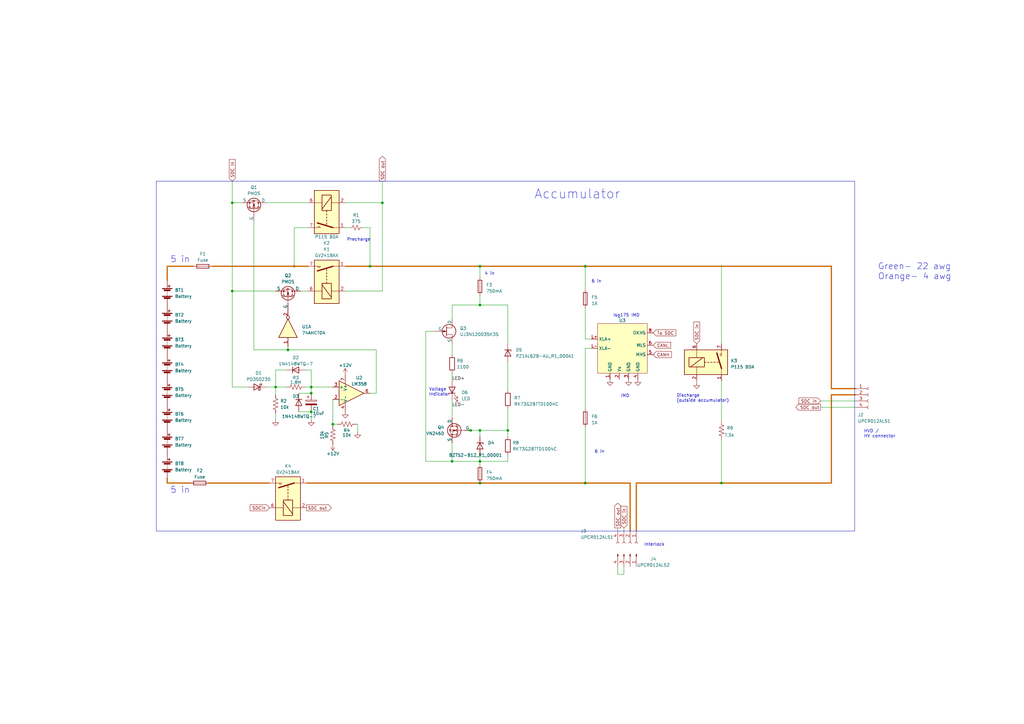
<source format=kicad_sch>
(kicad_sch (version 20230121) (generator eeschema)
  (paper "A3")
  (lib_symbols
    (symbol "74xx:74AHCT04"
      (property "Reference" "U" (at 0 1.27 0))
      (property "Value" "74AHCT04" (at 0 -1.27 0))
      (symbol "74AHCT04_1_0"
        (polyline (pts (xy -3.81 3.81) (xy -3.81 -3.81) (xy 3.81 0) (xy -3.81 3.81)) (stroke (width 0.254)) (fill (type background)))
        (pin input line (at -7.62 0 0) (length 3.81) (name "~") (number "1"))
        (pin output inverted (at 7.62 0 180) (length 3.81) (name "~") (number "2"))
      )
      (symbol "74AHCT04_2_0"
        (polyline (pts (xy -3.81 3.81) (xy -3.81 -3.81) (xy 3.81 0) (xy -3.81 3.81)) (stroke (width 0.254)) (fill (type background)))
        (pin input line (at -7.62 0 0) (length 3.81) (name "~") (number "3"))
        (pin output inverted (at 7.62 0 180) (length 3.81) (name "~") (number "4"))
      )
      (symbol "74AHCT04_3_0"
        (polyline (pts (xy -3.81 3.81) (xy -3.81 -3.81) (xy 3.81 0) (xy -3.81 3.81)) (stroke (width 0.254)) (fill (type background)))
        (pin input line (at -7.62 0 0) (length 3.81) (name "~") (number "5"))
        (pin output inverted (at 7.62 0 180) (length 3.81) (name "~") (number "6"))
      )
      (symbol "74AHCT04_4_0"
        (polyline (pts (xy -3.81 3.81) (xy -3.81 -3.81) (xy 3.81 0) (xy -3.81 3.81)) (stroke (width 0.254)) (fill (type background)))
        (pin output inverted (at 7.62 0 180) (length 3.81) (name "~") (number "8"))
        (pin input line (at -7.62 0 0) (length 3.81) (name "~") (number "9"))
      )
      (symbol "74AHCT04_5_0"
        (polyline (pts (xy -3.81 3.81) (xy -3.81 -3.81) (xy 3.81 0) (xy -3.81 3.81)) (stroke (width 0.254)) (fill (type background)))
        (pin output inverted (at 7.62 0 180) (length 3.81) (name "~") (number "10"))
        (pin input line (at -7.62 0 0) (length 3.81) (name "~") (number "11"))
      )
      (symbol "74AHCT04_6_0"
        (polyline (pts (xy -3.81 3.81) (xy -3.81 -3.81) (xy 3.81 0) (xy -3.81 3.81)) (stroke (width 0.254)) (fill (type background)))
        (pin output inverted (at 7.62 0 180) (length 3.81) (name "~") (number "12"))
        (pin input line (at -7.62 0 0) (length 3.81) (name "~") (number "13"))
      )
      (symbol "74AHCT04_7_0"
        (pin power_in line (at 0 12.7 270) (length 5.08) (name "VCC") (number "14"))
        (pin power_in line (at 0 -12.7 90) (length 5.08) (name "GND") (number "7"))
      )
      (symbol "74AHCT04_7_1"
        (rectangle (start -5.08 7.62) (end 5.08 -7.62) (stroke (width 0.254)) (fill (type background)))
      )
    )
    (symbol "Amplifier_Operational:AD8001AN" (pin_names (offset 0.127))
      (property "Reference" "U" (at 0 6.35 0))
      (property "Value" "AD8001AN" (at 0 3.81 0))
      (symbol "AD8001AN_0_1"
        (polyline (pts (xy -5.08 5.08) (xy 5.08 0) (xy -5.08 -5.08) (xy -5.08 5.08)) (stroke (width 0.254)) (fill (type background)))
      )
      (symbol "AD8001AN_1_1"
        (pin no_connect line (at -5.08 -2.54 90) (length 2.54) hide (name "NC") (number "1"))
        (pin input line (at -7.62 -2.54 0) (length 2.54) (name "-") (number "2"))
        (pin input line (at -7.62 2.54 0) (length 2.54) (name "+") (number "3"))
        (pin power_in line (at -2.54 -7.62 90) (length 3.81) (name "V-") (number "4"))
        (pin no_connect line (at -2.54 -2.54 90) (length 2.54) hide (name "NC") (number "5"))
        (pin output line (at 7.62 0 180) (length 2.54) (name "~") (number "6"))
        (pin power_in line (at -2.54 7.62 270) (length 3.81) (name "V+") (number "7"))
        (pin no_connect line (at 0 -2.54 90) (length 2.54) hide (name "NC") (number "8"))
      )
    )
    (symbol "Connector:Conn_01x04_Pin" (pin_names (offset 1.016) hide)
      (property "Reference" "J" (at 0 5.08 0))
      (property "Value" "Conn_01x04_Pin" (at 0 -7.62 0))
      (symbol "Conn_01x04_Pin_1_1"
        (polyline (pts (xy 1.27 -5.08) (xy 0.8636 -5.08)) (stroke (width 0.1524)))
        (polyline (pts (xy 1.27 -2.54) (xy 0.8636 -2.54)) (stroke (width 0.1524)))
        (polyline (pts (xy 1.27 0) (xy 0.8636 0)) (stroke (width 0.1524)))
        (polyline (pts (xy 1.27 2.54) (xy 0.8636 2.54)) (stroke (width 0.1524)))
        (rectangle (start 0.8636 -4.953) (end 0 -5.207) (stroke (width 0.1524)) (fill (type outline)))
        (rectangle (start 0.8636 -2.413) (end 0 -2.667) (stroke (width 0.1524)) (fill (type outline)))
        (rectangle (start 0.8636 0.127) (end 0 -0.127) (stroke (width 0.1524)) (fill (type outline)))
        (rectangle (start 0.8636 2.667) (end 0 2.413) (stroke (width 0.1524)) (fill (type outline)))
        (pin passive line (at 5.08 2.54 180) (length 3.81) (name "Pin_1") (number "1"))
        (pin passive line (at 5.08 0 180) (length 3.81) (name "Pin_2") (number "2"))
        (pin passive line (at 5.08 -2.54 180) (length 3.81) (name "Pin_3") (number "3"))
        (pin passive line (at 5.08 -5.08 180) (length 3.81) (name "Pin_4") (number "4"))
      )
    )
    (symbol "Connector:Conn_01x04_Socket" (pin_names (offset 1.016) hide)
      (property "Reference" "J" (at 0 5.08 0))
      (property "Value" "Conn_01x04_Socket" (at 0 -7.62 0))
      (symbol "Conn_01x04_Socket_1_1"
        (arc (start 0 -4.572) (mid -0.5058 -5.08) (end 0 -5.588) (stroke (width 0.1524)))
        (arc (start 0 -2.032) (mid -0.5058 -2.54) (end 0 -3.048) (stroke (width 0.1524)))
        (polyline (pts (xy -1.27 -5.08) (xy -0.508 -5.08)) (stroke (width 0.1524)))
        (polyline (pts (xy -1.27 -2.54) (xy -0.508 -2.54)) (stroke (width 0.1524)))
        (polyline (pts (xy -1.27 0) (xy -0.508 0)) (stroke (width 0.1524)))
        (polyline (pts (xy -1.27 2.54) (xy -0.508 2.54)) (stroke (width 0.1524)))
        (arc (start 0 0.508) (mid -0.5058 0) (end 0 -0.508) (stroke (width 0.1524)))
        (arc (start 0 3.048) (mid -0.5058 2.54) (end 0 2.032) (stroke (width 0.1524)))
        (pin passive line (at -5.08 2.54 0) (length 3.81) (name "Pin_1") (number "1"))
        (pin passive line (at -5.08 0 0) (length 3.81) (name "Pin_2") (number "2"))
        (pin passive line (at -5.08 -2.54 0) (length 3.81) (name "Pin_3") (number "3"))
        (pin passive line (at -5.08 -5.08 0) (length 3.81) (name "Pin_4") (number "4"))
      )
    )
    (symbol "Device:Battery" (pin_numbers hide) (pin_names (offset 0) hide)
      (property "Reference" "BT" (at 2.54 2.54 0))
      (property "Value" "Battery" (at 2.54 0 0))
      (symbol "Battery_0_1"
        (rectangle (start -2.032 -1.397) (end 2.032 -1.651) (fill (type outline)))
        (rectangle (start -2.032 1.778) (end 2.032 1.524) (fill (type outline)))
        (rectangle (start -1.3208 -1.9812) (end 1.27 -2.4892) (fill (type outline)))
        (rectangle (start -1.3208 1.1938) (end 1.27 0.6858) (fill (type outline)))
        (polyline (pts (xy 0 -1.524) (xy 0 -1.27)))
        (polyline (pts (xy 0 -1.016) (xy 0 -0.762)))
        (polyline (pts (xy 0 -0.508) (xy 0 -0.254)))
        (polyline (pts (xy 0 0) (xy 0 0.254)))
        (polyline (pts (xy 0 0.508) (xy 0 0.762)))
        (polyline (pts (xy 0 1.778) (xy 0 2.54)))
        (polyline (pts (xy 0.254 2.667) (xy 1.27 2.667)) (stroke (width 0.254)))
        (polyline (pts (xy 0.762 3.175) (xy 0.762 2.159)) (stroke (width 0.254)))
      )
      (symbol "Battery_1_1"
        (pin passive line (at 0 5.08 270) (length 2.54) (name "+") (number "1"))
        (pin passive line (at 0 -5.08 90) (length 2.54) (name "-") (number "2"))
      )
    )
    (symbol "Device:C_Polarized" (pin_numbers hide) (pin_names (offset 0.254))
      (property "Reference" "C" (at 0.635 2.54 0))
      (property "Value" "C_Polarized" (at 0.635 -2.54 0))
      (symbol "C_Polarized_0_1"
        (rectangle (start -2.286 0.508) (end 2.286 1.016))
        (polyline (pts (xy -1.778 2.286) (xy -0.762 2.286)))
        (polyline (pts (xy -1.27 2.794) (xy -1.27 1.778)))
        (rectangle (start 2.286 -0.508) (end -2.286 -1.016) (fill (type outline)))
      )
      (symbol "C_Polarized_1_1"
        (pin passive line (at 0 3.81 270) (length 2.794) (name "~") (number "1"))
        (pin passive line (at 0 -3.81 90) (length 2.794) (name "~") (number "2"))
      )
    )
    (symbol "Device:D_Schottky" (pin_numbers hide) (pin_names (offset 1.016) hide)
      (property "Reference" "D" (at 0 2.54 0))
      (property "Value" "D_Schottky" (at 0 -2.54 0))
      (symbol "D_Schottky_0_1"
        (polyline (pts (xy 1.27 0) (xy -1.27 0)))
        (polyline (pts (xy 1.27 1.27) (xy 1.27 -1.27) (xy -1.27 0) (xy 1.27 1.27)) (stroke (width 0.254)))
        (polyline (pts (xy -1.905 0.635) (xy -1.905 1.27) (xy -1.27 1.27) (xy -1.27 -1.27) (xy -0.635 -1.27) (xy -0.635 -0.635)) (stroke (width 0.254)))
      )
      (symbol "D_Schottky_1_1"
        (pin passive line (at -3.81 0 0) (length 2.54) (name "K") (number "1"))
        (pin passive line (at 3.81 0 180) (length 2.54) (name "A") (number "2"))
      )
    )
    (symbol "Device:D_Zener" (pin_numbers hide) (pin_names (offset 1.016) hide)
      (property "Reference" "D" (at 0 2.54 0))
      (property "Value" "D_Zener" (at 0 -2.54 0))
      (symbol "D_Zener_0_1"
        (polyline (pts (xy 1.27 0) (xy -1.27 0)))
        (polyline (pts (xy -1.27 -1.27) (xy -1.27 1.27) (xy -0.762 1.27)) (stroke (width 0.254)))
        (polyline (pts (xy 1.27 -1.27) (xy 1.27 1.27) (xy -1.27 0) (xy 1.27 -1.27)) (stroke (width 0.254)))
      )
      (symbol "D_Zener_1_1"
        (pin passive line (at -3.81 0 0) (length 2.54) (name "K") (number "1"))
        (pin passive line (at 3.81 0 180) (length 2.54) (name "A") (number "2"))
      )
    )
    (symbol "Device:Fuse" (pin_numbers hide) (pin_names (offset 0))
      (property "Reference" "F" (at 2.032 0 90))
      (property "Value" "Fuse" (at -1.905 0 90))
      (symbol "Fuse_0_1"
        (rectangle (start -0.762 -2.54) (end 0.762 2.54) (stroke (width 0.254)))
        (polyline (pts (xy 0 2.54) (xy 0 -2.54)))
      )
      (symbol "Fuse_1_1"
        (pin passive line (at 0 3.81 270) (length 1.27) (name "~") (number "1"))
        (pin passive line (at 0 -3.81 90) (length 1.27) (name "~") (number "2"))
      )
    )
    (symbol "Device:LED" (pin_numbers hide) (pin_names (offset 1.016) hide)
      (property "Reference" "D" (at 0 2.54 0))
      (property "Value" "LED" (at 0 -2.54 0))
      (symbol "LED_0_1"
        (polyline (pts (xy -1.27 -1.27) (xy -1.27 1.27)) (stroke (width 0.254)))
        (polyline (pts (xy -1.27 0) (xy 1.27 0)))
        (polyline (pts (xy 1.27 -1.27) (xy 1.27 1.27) (xy -1.27 0) (xy 1.27 -1.27)) (stroke (width 0.254)))
        (polyline (pts (xy -3.048 -0.762) (xy -4.572 -2.286) (xy -3.81 -2.286) (xy -4.572 -2.286) (xy -4.572 -1.524)))
        (polyline (pts (xy -1.778 -0.762) (xy -3.302 -2.286) (xy -2.54 -2.286) (xy -3.302 -2.286) (xy -3.302 -1.524)))
      )
      (symbol "LED_1_1"
        (pin passive line (at -3.81 0 0) (length 2.54) (name "K") (number "1"))
        (pin passive line (at 3.81 0 180) (length 2.54) (name "A") (number "2"))
      )
    )
    (symbol "Device:R" (pin_numbers hide) (pin_names (offset 0))
      (property "Reference" "R" (at 2.032 0 90))
      (property "Value" "R" (at 0 0 90))
      (symbol "R_0_1"
        (rectangle (start -1.016 -2.54) (end 1.016 2.54) (stroke (width 0.254)))
      )
      (symbol "R_1_1"
        (pin passive line (at 0 3.81 270) (length 1.27) (name "~") (number "1"))
        (pin passive line (at 0 -3.81 90) (length 1.27) (name "~") (number "2"))
      )
    )
    (symbol "Device:R_Small_US" (pin_numbers hide) (pin_names (offset 0.254) hide)
      (property "Reference" "R" (at 0.762 0.508 0))
      (property "Value" "R_Small_US" (at 0.762 -1.016 0))
      (symbol "R_Small_US_1_1"
        (polyline (pts (xy 0 0) (xy 1.016 -0.381) (xy 0 -0.762) (xy -1.016 -1.143) (xy 0 -1.524)))
        (polyline (pts (xy 0 1.524) (xy 1.016 1.143) (xy 0 0.762) (xy -1.016 0.381) (xy 0 0)))
        (pin passive line (at 0 2.54 270) (length 1.016) (name "~") (number "1"))
        (pin passive line (at 0 -2.54 90) (length 1.016) (name "~") (number "2"))
      )
    )
    (symbol "Device:R_US" (pin_numbers hide) (pin_names (offset 0))
      (property "Reference" "R" (at 2.54 0 90))
      (property "Value" "R_US" (at -2.54 0 90))
      (symbol "R_US_0_1"
        (polyline (pts (xy 0 -2.286) (xy 0 -2.54)))
        (polyline (pts (xy 0 2.286) (xy 0 2.54)))
        (polyline (pts (xy 0 -0.762) (xy 1.016 -1.143) (xy 0 -1.524) (xy -1.016 -1.905) (xy 0 -2.286)))
        (polyline (pts (xy 0 0.762) (xy 1.016 0.381) (xy 0 0) (xy -1.016 -0.381) (xy 0 -0.762)))
        (polyline (pts (xy 0 2.286) (xy 1.016 1.905) (xy 0 1.524) (xy -1.016 1.143) (xy 0 0.762)))
      )
      (symbol "R_US_1_1"
        (pin passive line (at 0 3.81 270) (length 1.27) (name "~") (number "1"))
        (pin passive line (at 0 -3.81 90) (length 1.27) (name "~") (number "2"))
      )
    )
    (symbol "Diode:BAV302" (pin_numbers hide) (pin_names hide)
      (property "Reference" "D" (at 0 2.54 0))
      (property "Value" "BAV302" (at 0 -2.54 0))
      (symbol "BAV302_0_1"
        (polyline (pts (xy -1.27 1.27) (xy -1.27 -1.27)) (stroke (width 0.254)))
        (polyline (pts (xy 1.27 0) (xy -1.27 0)))
        (polyline (pts (xy 1.27 1.27) (xy 1.27 -1.27) (xy -1.27 0) (xy 1.27 1.27)) (stroke (width 0.254)))
      )
      (symbol "BAV302_1_1"
        (pin passive line (at -3.81 0 0) (length 2.54) (name "K") (number "1"))
        (pin passive line (at 3.81 0 180) (length 2.54) (name "A") (number "2"))
      )
    )
    (symbol "FSAE:IMD"
      (property "Reference" "U" (at 0 0 0))
      (symbol "IMD_0_1"
        (rectangle (start -8.89 22.86) (end 11.43 2.54) (fill (type background)))
      )
      (symbol "IMD_1_1"
        (pin bidirectional line (at -3.81 25.4 270) (length 2.54) (name "GND") (number "1"))
        (pin power_in line (at 0 25.4 270) (length 2.54) (name "Vs") (number "2"))
        (pin bidirectional line (at 3.81 25.4 270) (length 2.54) (name "GND") (number "3"))
        (pin bidirectional line (at 7.62 25.4 270) (length 2.54) (name "GND") (number "4"))
        (pin output line (at 13.97 15.24 180) (length 2.54) (name "MHS") (number "5"))
        (pin output line (at 13.97 11.43 180) (length 2.54) (name "MLS") (number "6"))
        (pin output line (at 13.97 6.35 180) (length 2.54) (name "OKHS") (number "8"))
        (pin input line (at -11.43 8.89 0) (length 2.54) (name "XLA+") (number "L+"))
        (pin input line (at -11.43 12.7 0) (length 2.54) (name "XLA-") (number "L-"))
      )
    )
    (symbol "Relay:DIPxx-1Axx-12x"
      (property "Reference" "K" (at 8.89 3.81 0))
      (property "Value" "DIPxx-1Axx-12x" (at 8.89 1.27 0))
      (symbol "DIPxx-1Axx-12x_0_0"
        (polyline (pts (xy 5.08 5.08) (xy 5.08 2.54) (xy 4.445 3.175) (xy 5.08 3.81)))
      )
      (symbol "DIPxx-1Axx-12x_0_1"
        (rectangle (start -10.16 5.08) (end 7.62 -5.08) (stroke (width 0.254)) (fill (type background)))
        (rectangle (start -8.255 1.905) (end -1.905 -1.905) (stroke (width 0.254)))
        (polyline (pts (xy -7.62 -1.905) (xy -2.54 1.905)) (stroke (width 0.254)))
        (polyline (pts (xy -5.08 -5.08) (xy -5.08 -1.905)))
        (polyline (pts (xy -5.08 5.08) (xy -5.08 1.905)))
        (polyline (pts (xy -1.905 0) (xy -1.27 0)) (stroke (width 0.254)))
        (polyline (pts (xy -0.635 0) (xy 0 0)) (stroke (width 0.254)))
        (polyline (pts (xy 0.635 0) (xy 1.27 0)) (stroke (width 0.254)))
        (polyline (pts (xy 1.905 0) (xy 2.54 0)) (stroke (width 0.254)))
        (polyline (pts (xy 3.175 0) (xy 3.81 0)) (stroke (width 0.254)))
        (polyline (pts (xy 5.08 -2.54) (xy 3.175 3.81)) (stroke (width 0.508)))
        (polyline (pts (xy 5.08 -2.54) (xy 5.08 -5.08)))
      )
      (symbol "DIPxx-1Axx-12x_1_1"
        (pin passive line (at 5.08 -7.62 90) (length 2.54) (name "~") (number "1"))
        (pin passive line (at -5.08 -7.62 90) (length 2.54) hide (name "~") (number "13"))
        (pin passive line (at 5.08 -7.62 90) (length 2.54) hide (name "~") (number "14"))
        (pin passive line (at -5.08 -7.62 90) (length 2.54) (name "~") (number "2"))
        (pin passive line (at -5.08 7.62 270) (length 2.54) (name "~") (number "6"))
        (pin passive line (at 5.08 7.62 270) (length 2.54) (name "~") (number "7"))
        (pin passive line (at 5.08 7.62 270) (length 2.54) hide (name "~") (number "8"))
      )
    )
    (symbol "Simulation_SPICE:NJFET" (pin_numbers hide) (pin_names (offset 0))
      (property "Reference" "Q2" (at 5.715 1.27 0))
      (property "Value" "UJ3N120035K3S" (at 5.715 -1.27 0))
      (symbol "NJFET_0_1"
        (polyline (pts (xy 0.254 1.905) (xy 0.254 -1.905) (xy 0.254 -1.905)) (stroke (width 0.254)))
        (polyline (pts (xy 2.54 -2.54) (xy 2.54 -1.27) (xy 0.254 -1.27)))
        (polyline (pts (xy 2.54 2.54) (xy 2.54 1.397) (xy 0.254 1.397)))
        (polyline (pts (xy 0 0) (xy -1.016 0.381) (xy -1.016 -0.381) (xy 0 0)) (fill (type outline)))
        (circle (center 1.27 0) (radius 2.8194) (stroke (width 0.254)))
      )
      (symbol "NJFET_1_1"
        (pin input line (at -5.08 0 0) (length 5.334) (name "G") (number "1"))
        (pin passive line (at 2.54 5.08 270) (length 2.54) (name "D") (number "2"))
        (pin passive line (at 2.54 -5.08 90) (length 2.54) (name "S") (number "3"))
      )
    )
    (symbol "Simulation_SPICE:NMOS" (pin_numbers hide) (pin_names (offset 0))
      (property "Reference" "Q1" (at 5.715 1.27 0))
      (property "Value" "VN2460" (at 5.715 -1.27 0))
      (symbol "NMOS_0_1"
        (polyline (pts (xy 0.254 0) (xy -2.54 0)))
        (polyline (pts (xy 0.254 1.905) (xy 0.254 -1.905)) (stroke (width 0.254)))
        (polyline (pts (xy 0.762 -1.27) (xy 0.762 -2.286)) (stroke (width 0.254)))
        (polyline (pts (xy 0.762 0.508) (xy 0.762 -0.508)) (stroke (width 0.254)))
        (polyline (pts (xy 0.762 2.286) (xy 0.762 1.27)) (stroke (width 0.254)))
        (polyline (pts (xy 2.54 2.54) (xy 2.54 1.778)))
        (polyline (pts (xy 2.54 -2.54) (xy 2.54 0) (xy 0.762 0)))
        (polyline (pts (xy 0.762 -1.778) (xy 3.302 -1.778) (xy 3.302 1.778) (xy 0.762 1.778)))
        (polyline (pts (xy 1.016 0) (xy 2.032 0.381) (xy 2.032 -0.381) (xy 1.016 0)) (fill (type outline)))
        (polyline (pts (xy 2.794 0.508) (xy 2.921 0.381) (xy 3.683 0.381) (xy 3.81 0.254)))
        (polyline (pts (xy 3.302 0.381) (xy 2.921 -0.254) (xy 3.683 -0.254) (xy 3.302 0.381)))
        (circle (center 1.651 0) (radius 2.794) (stroke (width 0.254)))
        (circle (center 2.54 -1.778) (radius 0.254) (fill (type outline)))
        (circle (center 2.54 1.778) (radius 0.254) (fill (type outline)))
      )
      (symbol "NMOS_1_1"
        (pin passive line (at 2.54 -5.08 90) (length 2.54) (name "S") (number "1"))
        (pin input line (at -5.08 0 0) (length 2.54) (name "G") (number "2"))
        (pin passive line (at 2.54 5.08 270) (length 2.54) (name "D") (number "3"))
      )
    )
    (symbol "Simulation_SPICE:PMOS" (pin_numbers hide) (pin_names (offset 0))
      (property "Reference" "Q" (at 5.08 1.27 0))
      (property "Value" "PMOS" (at 5.08 -1.27 0))
      (symbol "PMOS_0_1"
        (polyline (pts (xy 0.254 0) (xy -2.54 0)))
        (polyline (pts (xy 0.254 1.905) (xy 0.254 -1.905)) (stroke (width 0.254)))
        (polyline (pts (xy 0.762 -1.27) (xy 0.762 -2.286)) (stroke (width 0.254)))
        (polyline (pts (xy 0.762 0.508) (xy 0.762 -0.508)) (stroke (width 0.254)))
        (polyline (pts (xy 0.762 2.286) (xy 0.762 1.27)) (stroke (width 0.254)))
        (polyline (pts (xy 2.54 2.54) (xy 2.54 1.778)))
        (polyline (pts (xy 2.54 -2.54) (xy 2.54 0) (xy 0.762 0)))
        (polyline (pts (xy 0.762 1.778) (xy 3.302 1.778) (xy 3.302 -1.778) (xy 0.762 -1.778)))
        (polyline (pts (xy 2.286 0) (xy 1.27 0.381) (xy 1.27 -0.381) (xy 2.286 0)) (fill (type outline)))
        (polyline (pts (xy 2.794 -0.508) (xy 2.921 -0.381) (xy 3.683 -0.381) (xy 3.81 -0.254)))
        (polyline (pts (xy 3.302 -0.381) (xy 2.921 0.254) (xy 3.683 0.254) (xy 3.302 -0.381)))
        (circle (center 1.651 0) (radius 2.794) (stroke (width 0.254)))
        (circle (center 2.54 -1.778) (radius 0.254) (fill (type outline)))
        (circle (center 2.54 1.778) (radius 0.254) (fill (type outline)))
      )
      (symbol "PMOS_1_1"
        (pin passive line (at 2.54 5.08 270) (length 2.54) (name "D") (number "1"))
        (pin input line (at -5.08 0 0) (length 2.54) (name "G") (number "2"))
        (pin passive line (at 2.54 -5.08 90) (length 2.54) (name "S") (number "3"))
      )
    )
    (symbol "power:+12V" (power) (pin_names (offset 0))
      (property "Value" "+12V" (at 0 3.556 0))
      (symbol "+12V_0_1"
        (polyline (pts (xy -0.762 1.27) (xy 0 2.54)))
        (polyline (pts (xy 0 0) (xy 0 2.54)))
        (polyline (pts (xy 0 2.54) (xy 0.762 1.27)))
      )
      (symbol "+12V_1_1"
        (pin power_in line (at 0 0 90) (length 0) hide (name "+12V") (number "1"))
      )
    )
    (symbol "power:GND" (power) (pin_names (offset 0))
      (property "Value" "GND" (at 0 -3.81 0))
      (symbol "GND_0_1"
        (polyline (pts (xy 0 0) (xy 0 -1.27) (xy 1.27 -1.27) (xy 0 -2.54) (xy -1.27 -1.27) (xy 0 -1.27)))
      )
      (symbol "GND_1_1"
        (pin power_in line (at 0 0 270) (length 0) hide (name "GND") (number "1"))
      )
    )
  )
  (junction (at 136.525 173.99))
  (junction (at 113.03 158.75))
  (junction (at 120.65 109.22) (color 204 102 0 1))
  (junction (at 185.42 189.23))
  (junction (at 240.03 198.12))
  (junction (at 196.85 198.12))
  (junction (at 118.11 143.51))
  (junction (at 295.91 198.12))
  (junction (at 196.85 125.095))
  (junction (at 127.635 158.75))
  (junction (at 127.635 161.29))
  (junction (at 127.635 168.91))
  (junction (at 196.85 109.22))
  (junction (at 196.85 189.23))
  (junction (at 208.28 176.53))
  (junction (at 196.85 176.53))
  (junction (at 193.04 176.53))
  (junction (at 95.25 119.38))
  (junction (at 151.765 109.22))
  (junction (at 240.03 109.22))
  (junction (at 95.25 83.185))
  (junction (at 156.845 83.185))
  (wire (pts (xy 95.25 83.185) (xy 95.25 119.38)))
  (wire (pts (xy 336.55 164.465) (xy 351.155 164.465)))
  (wire (pts (xy 185.42 189.23) (xy 174.625 189.23)))
  (wire (pts (xy 185.42 125.095) (xy 185.42 130.81)))
  (wire (pts (xy 113.03 158.75) (xy 117.475 158.75)))
  (wire (pts (xy 95.25 119.38) (xy 113.03 119.38)))
  (wire (pts (xy 240.03 109.22) (xy 240.03 118.745)))
  (wire (pts (xy 109.22 158.75) (xy 113.03 158.75)))
  (wire (pts (xy 120.65 93.345) (xy 126.365 93.345)))
  (wire (pts (xy 127.635 168.91) (xy 127.635 172.085)))
  (wire (pts (xy 255.905 216.535) (xy 255.905 217.805)))
  (wire (pts (xy 242.57 142.875) (xy 240.03 142.875)))
  (wire (pts (xy 68.58 198.12) (xy 78.105 198.12)) (stroke (width 0.508) (color 204 102 0 1)))
  (wire (pts (xy 127.635 158.75) (xy 136.525 158.75)))
  (wire (pts (xy 185.42 181.61) (xy 185.42 189.23)))
  (wire (pts (xy 295.91 156.21) (xy 295.91 172.72)))
  (wire (pts (xy 113.03 169.545) (xy 113.03 172.085)))
  (wire (pts (xy 95.25 158.75) (xy 101.6 158.75)))
  (wire (pts (xy 253.365 235.585) (xy 253.365 232.41)))
  (wire (pts (xy 126.365 83.185) (xy 109.22 83.185)))
  (wire (pts (xy 141.605 83.185) (xy 156.845 83.185)))
  (wire (pts (xy 340.995 109.22) (xy 340.995 159.385)) (stroke (width 0.508) (color 204 102 0 1)))
  (wire (pts (xy 127.635 161.29) (xy 127.635 158.75)))
  (wire (pts (xy 68.58 114.935) (xy 68.58 109.22)) (stroke (width 0.508) (color 204 102 0 1)))
  (wire (pts (xy 146.685 173.99) (xy 146.685 177.165)))
  (wire (pts (xy 156.845 119.38) (xy 141.605 119.38)))
  (wire (pts (xy 196.85 176.53) (xy 208.28 176.53)))
  (wire (pts (xy 99.06 83.185) (xy 95.25 83.185)))
  (wire (pts (xy 185.42 140.97) (xy 185.42 145.415)))
  (wire (pts (xy 295.91 108.585) (xy 295.91 140.97)))
  (wire (pts (xy 196.85 109.22) (xy 196.85 113.665)))
  (wire (pts (xy 151.765 109.22) (xy 141.605 109.22)) (stroke (width 0.508) (color 204 102 0 1)))
  (wire (pts (xy 240.03 126.365) (xy 240.03 139.065)))
  (wire (pts (xy 185.42 189.23) (xy 196.85 189.23)))
  (wire (pts (xy 340.995 198.12) (xy 340.995 161.925)) (stroke (width 0.508) (color 204 102 0 1)))
  (wire (pts (xy 113.03 158.75) (xy 113.03 161.925)))
  (wire (pts (xy 253.365 216.535) (xy 253.365 217.805)))
  (wire (pts (xy 117.475 151.765) (xy 113.03 151.765)))
  (wire (pts (xy 295.91 198.12) (xy 340.995 198.12)) (stroke (width 0.508) (color 204 102 0 1)))
  (wire (pts (xy 208.28 148.59) (xy 208.28 160.02)))
  (wire (pts (xy 196.85 189.23) (xy 196.85 190.5)))
  (wire (pts (xy 146.05 173.99) (xy 146.685 173.99)))
  (wire (pts (xy 255.905 235.585) (xy 253.365 235.585)))
  (wire (pts (xy 156.845 83.185) (xy 156.845 119.38)))
  (wire (pts (xy 258.445 198.12) (xy 258.445 217.805)) (stroke (width 0.508) (color 204 102 0 1)))
  (wire (pts (xy 95.25 74.295) (xy 95.25 83.185)))
  (wire (pts (xy 123.19 119.38) (xy 126.365 119.38)))
  (wire (pts (xy 86.995 109.22) (xy 120.65 109.22)) (stroke (width 0.508) (color 204 102 0 1)))
  (wire (pts (xy 104.14 90.805) (xy 104.14 143.51)))
  (wire (pts (xy 255.905 232.41) (xy 255.905 235.585)))
  (wire (pts (xy 122.555 168.91) (xy 127.635 168.91)))
  (wire (pts (xy 113.03 151.765) (xy 113.03 158.75)))
  (wire (pts (xy 122.555 161.29) (xy 127.635 161.29)))
  (wire (pts (xy 240.03 198.12) (xy 258.445 198.12)) (stroke (width 0.508) (color 204 102 0 1)))
  (wire (pts (xy 260.985 198.12) (xy 260.985 217.805)) (stroke (width 0.508) (color 204 102 0 1)))
  (wire (pts (xy 208.28 176.53) (xy 208.28 167.64)))
  (wire (pts (xy 336.55 167.005) (xy 351.155 167.005)))
  (wire (pts (xy 196.85 186.69) (xy 196.85 189.23)))
  (wire (pts (xy 295.91 180.34) (xy 295.91 198.12)))
  (wire (pts (xy 127.635 151.765) (xy 127.635 158.75)))
  (wire (pts (xy 141.605 93.345) (xy 143.51 93.345)))
  (wire (pts (xy 191.77 176.53) (xy 193.04 176.53)))
  (wire (pts (xy 196.85 198.12) (xy 240.03 198.12)) (stroke (width 0.508) (color 204 102 0 1)))
  (wire (pts (xy 127.635 151.765) (xy 125.095 151.765)))
  (wire (pts (xy 136.525 163.83) (xy 136.525 173.99)))
  (wire (pts (xy 104.14 143.51) (xy 118.11 143.51)))
  (wire (pts (xy 174.625 135.89) (xy 177.8 135.89)))
  (wire (pts (xy 340.995 161.925) (xy 351.155 161.925)) (stroke (width 0.508) (color 204 102 0 1)))
  (wire (pts (xy 196.85 189.23) (xy 208.28 189.23)))
  (wire (pts (xy 185.42 153.035) (xy 185.42 156.21)))
  (wire (pts (xy 240.03 175.26) (xy 240.03 198.12)))
  (wire (pts (xy 120.65 109.22) (xy 120.65 93.345)))
  (wire (pts (xy 196.85 176.53) (xy 196.85 179.07)))
  (wire (pts (xy 118.11 143.51) (xy 118.11 142.24)))
  (wire (pts (xy 68.58 196.215) (xy 68.58 198.12)) (stroke (width 0.508) (color 204 102 0 1)))
  (wire (pts (xy 120.65 109.22) (xy 126.365 109.22)) (stroke (width 0.508) (color 204 102 0 1)))
  (wire (pts (xy 196.85 121.285) (xy 196.85 125.095)))
  (wire (pts (xy 85.725 198.12) (xy 110.49 198.12)) (stroke (width 0.508) (color 204 102 0 1)))
  (wire (pts (xy 151.765 93.345) (xy 151.765 109.22)))
  (wire (pts (xy 208.28 140.97) (xy 208.28 125.095)))
  (wire (pts (xy 340.995 159.385) (xy 351.155 159.385)) (stroke (width 0.508) (color 204 102 0 1)))
  (wire (pts (xy 208.28 176.53) (xy 208.28 179.07)))
  (wire (pts (xy 240.03 109.22) (xy 340.995 109.22)) (stroke (width 0.508) (color 204 102 0 1)))
  (wire (pts (xy 285.75 156.21) (xy 285.75 156.845)))
  (wire (pts (xy 95.25 119.38) (xy 95.25 158.75)))
  (wire (pts (xy 136.525 174.625) (xy 136.525 173.99)))
  (wire (pts (xy 154.305 161.29) (xy 154.305 143.51)))
  (wire (pts (xy 240.03 139.065) (xy 242.57 139.065)))
  (wire (pts (xy 151.765 109.22) (xy 196.85 109.22)) (stroke (width 0.508) (color 204 102 0 1)))
  (wire (pts (xy 208.28 189.23) (xy 208.28 186.69)))
  (wire (pts (xy 193.04 176.53) (xy 196.85 176.53)))
  (wire (pts (xy 125.095 158.75) (xy 127.635 158.75)))
  (wire (pts (xy 240.03 142.875) (xy 240.03 167.64)))
  (wire (pts (xy 260.985 198.12) (xy 295.91 198.12)) (stroke (width 0.508) (color 204 102 0 1)))
  (wire (pts (xy 148.59 93.345) (xy 151.765 93.345)))
  (wire (pts (xy 185.42 163.83) (xy 185.42 171.45)))
  (wire (pts (xy 154.305 161.29) (xy 151.765 161.29)))
  (wire (pts (xy 125.73 198.12) (xy 196.85 198.12)) (stroke (width 0.508) (color 204 102 0 1)))
  (wire (pts (xy 154.305 143.51) (xy 118.11 143.51)))
  (wire (pts (xy 196.85 125.095) (xy 208.28 125.095)))
  (wire (pts (xy 68.58 109.22) (xy 79.375 109.22)) (stroke (width 0.508) (color 204 102 0 1)))
  (wire (pts (xy 156.845 83.185) (xy 156.845 74.295)))
  (wire (pts (xy 174.625 189.23) (xy 174.625 135.89)))
  (wire (pts (xy 136.525 173.99) (xy 138.43 173.99)))
  (wire (pts (xy 196.85 109.22) (xy 240.03 109.22)) (stroke (width 0.508) (color 204 102 0 1)))
  (wire (pts (xy 185.42 125.095) (xy 196.85 125.095)))
  (rectangle (start 64.135 74.295) (end 350.52 217.805))
  (text "Iso175 IMD\n" (at 251.46 130.175 0) (effects (font (size 1.27 1.27)) (justify left bottom)))
  (text "Interlock" (at 264.16 224.155 0) (effects (font (size 1.27 1.27)) (justify left bottom)))
  (text "6 in" (at 242.57 116.205 0) (effects (font (size 1.27 1.27)) (justify left bottom)))
  (text "Accumulator" (at 219.075 81.915 0) (effects (font (size 3.81 3.81)) (justify left bottom)))
  (text "IMD\n" (at 254.635 163.195 0) (effects (font (size 1.27 1.27)) (justify left bottom)))
  (text "Discharge \n(outside accumulator)" (at 277.495 165.1 0) (effects (font (size 1.27 1.27)) (justify left bottom)))
  (text "6 in" (at 243.84 186.055 0) (effects (font (size 1.27 1.27)) (justify left bottom)))
  (text "5 in" (at 69.85 202.565 0) (effects (font (size 2.54 2.54)) (justify left bottom)))
  (text "Precharge" (at 142.24 99.06 0) (effects (font (size 1.27 1.27)) (justify left bottom)))
  (text "Green- 22 awg\nOrange- 4 awg" (at 360.045 114.935 0) (effects (font (size 2.54 2.54)) (justify left bottom)))
  (text "HVD / \nHV connector" (at 354.33 179.705 0) (effects (font (size 1.27 1.27)) (justify left bottom)))
  (text "5 in" (at 69.85 107.95 0) (effects (font (size 2.54 2.54)) (justify left bottom)))
  (text "4 in" (at 198.755 113.03 0) (effects (font (size 1.27 1.27)) (justify left bottom)))
  (text "Voltage \nIndicator\n" (at 175.895 162.56 0) (effects (font (size 1.27 1.27)) (justify left bottom)))
  (label "LED-" (at 185.42 167.005 0))
  (label "LED+" (at 185.42 156.21 0))
  (global_label "SDC out" (shape output) (at 336.55 167.005 180) (property "Intersheetrefs" "${INTERSHEET_REFS}" (effects hide)))
  (global_label "SDC in" (shape input) (at 95.25 74.295 90) (property "Intersheetrefs" "${INTERSHEET_REFS}" (effects hide)))
  (global_label "SDC in" (shape input) (at 255.905 216.535 90) (property "Intersheetrefs" "${INTERSHEET_REFS}" (effects hide)))
  (global_label "CANL" (shape input) (at 267.97 141.605 0) (property "Intersheetrefs" "${INTERSHEET_REFS}" (effects hide)))
  (global_label "SDCin" (shape input) (at 110.49 208.28 180) (property "Intersheetrefs" "${INTERSHEET_REFS}" (effects hide)))
  (global_label "SDC out" (shape output) (at 156.845 74.295 90) (property "Intersheetrefs" "${INTERSHEET_REFS}" (effects hide)))
  (global_label "SDC out" (shape output) (at 125.73 208.28 0) (property "Intersheetrefs" "${INTERSHEET_REFS}" (effects hide)))
  (global_label "SDC in" (shape input) (at 336.55 164.465 180) (property "Intersheetrefs" "${INTERSHEET_REFS}" (effects hide)))
  (global_label "To SDC" (shape input) (at 267.97 136.525 0) (property "Intersheetrefs" "${INTERSHEET_REFS}" (effects hide)))
  (global_label "SDC out" (shape output) (at 253.365 216.535 90) (property "Intersheetrefs" "${INTERSHEET_REFS}" (effects hide)))
  (global_label "SDC in" (shape input) (at 285.75 140.97 90) (property "Intersheetrefs" "${INTERSHEET_REFS}" (effects hide)))
  (global_label "CANH" (shape input) (at 267.97 145.415 0) (property "Intersheetrefs" "${INTERSHEET_REFS}" (effects hide)))
  (symbol (lib_id "Device:LED") (at 185.42 160.02 90) (unit 1)
    (property "Reference" "D6" (at 189.23 160.9725 90) (effects (justify right)))
    (property "Value" "LED" (at 189.23 163.5125 90) (effects (justify right)))
  )
  (symbol (lib_id "Device:R_US") (at 142.24 173.99 270) (unit 1)
    (property "Reference" "R4" (at 142.24 176.53 90))
    (property "Value" "10k" (at 142.24 178.435 90))
    (property "Footprint" "Resistor_THT:R_Axial_DIN0207_L6.3mm_D2.5mm_P7.62mm_Horizontal" (effects hide))
  )
  (symbol (lib_id "power:GND") (at 261.62 155.575 0) (unit 1)
    (property "Reference" "#PWR07" (effects hide))
    (property "Value" "GND" (effects hide))
  )
  (symbol (lib_id "Diode:BAV302") (at 121.285 151.765 0) (mirror x) (unit 1)
    (property "Reference" "D2" (at 121.285 146.685 0))
    (property "Value" "1N4148WTQ-7" (at 121.285 149.225 0))
    (property "Footprint" "Diode_SMD:D_SOD-523" (effects hide))
    (property "Datasheet" "https://www.diodes.com/assets/Datasheets/1N4148WT.pdf" (effects hide))
  )
  (symbol (lib_id "Device:R_US") (at 136.525 178.435 180) (unit 1)
    (property "Reference" "R5" (at 133.985 178.435 90))
    (property "Value" "10k" (at 132.08 178.435 90))
    (property "Footprint" "Resistor_THT:R_Axial_DIN0207_L6.3mm_D2.5mm_P7.62mm_Horizontal" (effects hide))
  )
  (symbol (lib_id "Connector:Conn_01x04_Socket") (at 258.445 222.885 270) (unit 1)
    (property "Reference" "J3" (at 238.125 217.805 90) (effects (justify left)))
    (property "Value" "UPCR012ALS1" (at 238.125 220.345 90) (effects (justify left)))
  )
  (symbol (lib_id "Device:R") (at 185.42 149.225 0) (unit 1)
    (property "Reference" "R6" (at 187.325 147.955 0) (effects (justify left)))
    (property "Value" "1100" (at 187.325 150.495 0) (effects (justify left)))
    (property "Footprint" "Resistor_THT:R_Axial_DIN0207_L6.3mm_D2.5mm_P7.62mm_Horizontal" (effects hide))
  )
  (symbol (lib_id "power:+12V") (at 136.525 182.245 180) (unit 1)
    (property "Reference" "#PWR05" (effects hide))
    (property "Value" "+12V" (at 136.525 186.055 0))
  )
  (symbol (lib_id "Device:R_US") (at 121.285 158.75 270) (unit 1)
    (property "Reference" "R3" (at 121.285 154.94 90))
    (property "Value" "1.8M" (at 121.285 156.845 90))
    (property "Footprint" "Resistor_THT:R_Axial_DIN0207_L6.3mm_D2.5mm_P7.62mm_Horizontal" (effects hide))
  )
  (symbol (lib_id "Simulation_SPICE:PMOS") (at 104.14 85.725 270) (mirror x) (unit 1)
    (property "Reference" "Q1" (at 104.14 76.835 90))
    (property "Value" "PMOS" (at 104.14 79.375 90))
    (property "Datasheet" "https://ngspice.sourceforge.io/docs/ngspice-manual.pdf" (effects hide))
    (property "Sim.Device" "PMOS" (effects hide))
    (property "Sim.Type" "VDMOS" (effects hide))
    (property "Sim.Pins" "1=D 2=G 3=S" (effects hide))
  )
  (symbol (lib_id "Device:Battery") (at 68.58 120.015 0) (unit 1)
    (property "Reference" "BT1" (at 71.755 118.999 0) (effects (justify left)))
    (property "Value" "Battery" (at 71.755 121.539 0) (effects (justify left)))
  )
  (symbol (lib_id "Diode:BAV302") (at 122.555 165.1 90) (mirror x) (unit 1)
    (property "Reference" "D3" (at 120.015 162.56 90) (effects (justify right)))
    (property "Value" "1N4148WTQ-7" (at 115.57 170.815 90) (effects (justify right)))
    (property "Footprint" "Diode_SMD:D_SOD-523" (effects hide))
    (property "Datasheet" "https://www.diodes.com/assets/Datasheets/1N4148WT.pdf" (effects hide))
  )
  (symbol (lib_id "Device:R_US") (at 113.03 165.735 180) (unit 1)
    (property "Reference" "R2" (at 114.935 164.465 0) (effects (justify right)))
    (property "Value" "10k" (at 114.935 167.005 0) (effects (justify right)))
    (property "Footprint" "Resistor_THT:R_Axial_DIN0207_L6.3mm_D2.5mm_P7.62mm_Horizontal" (effects hide))
  )
  (symbol (lib_id "Amplifier_Operational:AD8001AN") (at 144.145 161.29 0) (unit 1)
    (property "Reference" "U2" (at 147.32 154.94 0))
    (property "Value" "LM358" (at 147.32 157.48 0))
    (property "Footprint" "Package_DIP:DIP-8_W7.62mm" (effects hide))
    (property "Datasheet" "https://www.analog.com/media/en/technical-documentation/data-sheets/ad8001.pdf" (effects hide))
  )
  (symbol (lib_id "Simulation_SPICE:NJFET") (at 182.88 135.89 0) (unit 1)
    (property "Reference" "Q3" (at 188.595 134.62 0) (effects (justify left)))
    (property "Value" "UJ3N120035K3S" (at 188.595 137.16 0) (effects (justify left)))
    (property "Footprint" "Package_TO_SOT_THT:TO-247-3_Horizontal_TabDown" (effects hide))
    (property "Sim.Device" "NJFET" (effects hide))
    (property "Sim.Type" "SHICHMANHODGES" (effects hide))
    (property "Sim.Pins" "1=D 2=G 3=S" (effects hide))
  )
  (symbol (lib_id "Device:Fuse") (at 196.85 194.31 180) (unit 1)
    (property "Reference" "F4" (at 199.39 193.675 0) (effects (justify right)))
    (property "Value" "750mA" (at 199.39 196.215 0) (effects (justify right)))
    (property "Footprint" "BK_PCS:FUSE_BK_PCS" (effects hide))
  )
  (symbol (lib_id "power:GND") (at 113.03 172.085 0) (unit 1)
    (property "Reference" "#PWR02" (effects hide))
    (property "Value" "GND" (effects hide))
  )
  (symbol (lib_id "Connector:Conn_01x04_Pin") (at 258.445 227.33 270) (unit 1)
    (property "Reference" "J4" (at 267.97 229.235 90))
    (property "Value" "UPCR012ALS2" (at 267.97 231.775 90))
  )
  (symbol (lib_id "Device:Battery") (at 68.58 170.815 0) (unit 1)
    (property "Reference" "BT6" (at 71.755 169.799 0) (effects (justify left)))
    (property "Value" "Battery" (at 71.755 172.339 0) (effects (justify left)))
  )
  (symbol (lib_id "Device:C_Polarized") (at 127.635 165.1 0) (unit 1)
    (property "Reference" "C1" (at 128.27 167.64 0) (effects (justify left)))
    (property "Value" "10uF" (at 128.27 169.545 0) (effects (justify left)))
    (property "Footprint" "Capacitor_THT:CP_Radial_D4.0mm_P2.00mm" (effects hide))
    (property "Datasheet" "https://api.pim.na.industrial.panasonic.com/file_stream/main/fileversion/9127" (effects hide))
  )
  (symbol (lib_id "FSAE:IMD") (at 254 130.175 0) (mirror x) (unit 1)
    (property "Reference" "U3" (at 255.27 131.445 0))
    (property "Value" "~" (at 254 130.175 0))
  )
  (symbol (lib_id "Relay:DIPxx-1Axx-12x") (at 133.985 88.265 90) (mirror x) (unit 1)
    (property "Reference" "K2" (at 133.985 99.695 90))
    (property "Value" "P115 BDA" (at 133.985 97.155 90))
    (property "Footprint" "Relay_THT:Relay_StandexMeder_DIP_LowProfile" (effects hide))
    (property "Datasheet" "https://standexelectronics.com/wp-content/uploads/datasheet_reed_relay_DIP.pdf" (effects hide))
  )
  (symbol (lib_id "Device:Fuse") (at 240.03 122.555 0) (unit 1)
    (property "Reference" "F5" (at 242.57 121.92 0) (effects (justify left)))
    (property "Value" "1A" (at 242.57 124.46 0) (effects (justify left)))
  )
  (symbol (lib_id "Device:Battery") (at 68.58 150.495 0) (unit 1)
    (property "Reference" "BT4" (at 71.755 149.479 0) (effects (justify left)))
    (property "Value" "Battery" (at 71.755 152.019 0) (effects (justify left)))
  )
  (symbol (lib_id "Device:R") (at 208.28 182.88 0) (unit 1)
    (property "Reference" "R8" (at 210.185 181.61 0) (effects (justify left)))
    (property "Value" "RK73G2BTTD1004C" (at 210.185 184.15 0) (effects (justify left)))
    (property "Footprint" "Resistor_SMD:RESC3116X65N" (effects hide))
  )
  (symbol (lib_id "Device:R") (at 208.28 163.83 0) (unit 1)
    (property "Reference" "R7" (at 210.82 163.195 0) (effects (justify left)))
    (property "Value" "RK73G2BTTD1004C" (at 210.82 165.735 0) (effects (justify left)))
    (property "Footprint" "Resistor_SMD:RESC3116X65N" (effects hide))
  )
  (symbol (lib_id "Connector:Conn_01x04_Socket") (at 356.235 161.925 0) (unit 1)
    (property "Reference" "J2" (at 351.79 170.18 0) (effects (justify left)))
    (property "Value" "UPCR012ALS1" (at 351.79 172.72 0) (effects (justify left)))
  )
  (symbol (lib_id "Relay:DIPxx-1Axx-12x") (at 118.11 203.2 90) (unit 1)
    (property "Reference" "K4" (at 118.11 191.135 90))
    (property "Value" "GV241BAX" (at 118.11 193.675 90))
    (property "Footprint" "Relay_THT:Relay_StandexMeder_DIP_LowProfile" (effects hide))
    (property "Datasheet" "https://standexelectronics.com/wp-content/uploads/datasheet_reed_relay_DIP.pdf" (effects hide))
  )
  (symbol (lib_id "Device:R_Small_US") (at 146.05 93.345 90) (unit 1)
    (property "Reference" "R1" (at 146.05 88.265 90))
    (property "Value" "375" (at 146.05 90.805 90))
  )
  (symbol (lib_id "power:GND") (at 127.635 172.085 0) (mirror y) (unit 1)
    (property "Reference" "#PWR01" (effects hide))
    (property "Value" "GND" (effects hide))
  )
  (symbol (lib_id "Device:Fuse") (at 240.03 171.45 0) (unit 1)
    (property "Reference" "F6" (at 242.57 170.815 0) (effects (justify left)))
    (property "Value" "1A" (at 242.57 173.355 0) (effects (justify left)))
  )
  (symbol (lib_id "power:GND") (at 285.75 156.845 0) (unit 1)
    (property "Reference" "#PWR010" (effects hide))
    (property "Value" "GND" (effects hide))
  )
  (symbol (lib_id "Device:D_Schottky") (at 105.41 158.75 0) (mirror y) (unit 1)
    (property "Reference" "D1" (at 106.045 153.035 0))
    (property "Value" "PD3S0230" (at 106.045 155.575 0))
    (property "Footprint" "Diode_SMD:D_SOD-110" (effects hide))
    (property "Datasheet" "https://www.diodes.com/assets/Datasheets/ds30722.pdf" (effects hide))
  )
  (symbol (lib_id "Device:Battery") (at 68.58 130.175 0) (unit 1)
    (property "Reference" "BT2" (at 71.755 129.159 0) (effects (justify left)))
    (property "Value" "Battery" (at 71.755 131.699 0) (effects (justify left)))
  )
  (symbol (lib_id "Device:D_Zener") (at 196.85 182.88 270) (unit 1)
    (property "Reference" "D4" (at 200.025 181.61 90) (effects (justify left)))
    (property "Value" "BZT52-B12_R1_00001" (at 184.15 186.69 90) (effects (justify left)))
    (property "Footprint" "Diode_SMD:D_SOD-123" (effects hide))
  )
  (symbol (lib_id "Device:Fuse") (at 196.85 117.475 180) (unit 1)
    (property "Reference" "F3" (at 199.39 116.84 0) (effects (justify right)))
    (property "Value" "750mA" (at 199.39 119.38 0) (effects (justify right)))
    (property "Footprint" "BK_PCS:FUSE_BK_PCS" (effects hide))
  )
  (symbol (lib_id "Relay:DIPxx-1Axx-12x") (at 290.83 148.59 0) (unit 1)
    (property "Reference" "K3" (at 299.72 147.955 0) (effects (justify left)))
    (property "Value" "P115 BDA" (at 299.72 150.495 0) (effects (justify left)))
    (property "Footprint" "Relay_THT:Relay_StandexMeder_DIP_LowProfile" (effects hide))
    (property "Datasheet" "https://standexelectronics.com/wp-content/uploads/datasheet_reed_relay_DIP.pdf" (effects hide))
  )
  (symbol (lib_id "power:GND") (at 257.81 155.575 0) (unit 1)
    (property "Reference" "#PWR08" (effects hide))
    (property "Value" "GND" (effects hide))
  )
  (symbol (lib_id "Device:Battery") (at 68.58 180.975 0) (unit 1)
    (property "Reference" "BT7" (at 71.755 179.959 0) (effects (justify left)))
    (property "Value" "Battery" (at 71.755 182.499 0) (effects (justify left)))
  )
  (symbol (lib_id "power:+12V") (at 141.605 153.67 0) (unit 1)
    (property "Reference" "#PWR06" (effects hide))
    (property "Value" "+12V" (at 141.605 149.86 0))
  )
  (symbol (lib_id "Device:R_US") (at 295.91 176.53 0) (unit 1)
    (property "Reference" "R9" (at 299.4025 175.5775 0))
    (property "Value" "7.5k" (at 299.085 178.435 0))
    (property "Footprint" "Resistor_THT:R_Axial_DIN0207_L6.3mm_D2.5mm_P7.62mm_Horizontal" (effects hide))
  )
  (symbol (lib_id "power:GND") (at 141.605 168.91 0) (mirror y) (unit 1)
    (property "Reference" "#PWR04" (effects hide))
    (property "Value" "GND" (effects hide))
  )
  (symbol (lib_id "Device:Battery") (at 68.58 160.655 0) (unit 1)
    (property "Reference" "BT5" (at 71.755 159.639 0) (effects (justify left)))
    (property "Value" "Battery" (at 71.755 162.179 0) (effects (justify left)))
  )
  (symbol (lib_id "Device:D_Zener") (at 208.28 144.78 270) (unit 1)
    (property "Reference" "D5" (at 211.455 143.51 90) (effects (justify left)))
    (property "Value" "PZ1AL62B-AU_R1_000A1" (at 211.455 146.05 90) (effects (justify left)))
    (property "Footprint" "Diode_SMD:D_SOD-123F" (effects hide))
  )
  (symbol (lib_id "power:GND") (at 146.685 177.165 0) (mirror y) (unit 1)
    (property "Reference" "#PWR03" (effects hide))
    (property "Value" "GND" (effects hide))
  )
  (symbol (lib_id "Simulation_SPICE:PMOS") (at 118.11 121.92 270) (mirror x) (unit 1)
    (property "Reference" "Q2" (at 118.11 113.03 90))
    (property "Value" "PMOS" (at 118.11 115.57 90))
    (property "Datasheet" "https://ngspice.sourceforge.io/docs/ngspice-manual.pdf" (effects hide))
    (property "Sim.Device" "PMOS" (effects hide))
    (property "Sim.Type" "VDMOS" (effects hide))
    (property "Sim.Pins" "1=D 2=G 3=S" (effects hide))
  )
  (symbol (lib_id "Device:Battery") (at 68.58 140.335 0) (unit 1)
    (property "Reference" "BT3" (at 71.755 139.319 0) (effects (justify left)))
    (property "Value" "Battery" (at 71.755 141.859 0) (effects (justify left)))
  )
  (symbol (lib_id "Device:Battery") (at 68.58 191.135 0) (unit 1)
    (property "Reference" "BT8" (at 71.755 190.119 0) (effects (justify left)))
    (property "Value" "Battery" (at 71.755 192.659 0) (effects (justify left)))
  )
  (symbol (lib_id "Device:Fuse") (at 83.185 109.22 90) (unit 1)
    (property "Reference" "F1" (at 83.185 104.14 90))
    (property "Value" "Fuse" (at 83.185 106.68 90))
  )
  (symbol (lib_id "Device:Fuse") (at 81.915 198.12 90) (unit 1)
    (property "Reference" "F2" (at 81.915 193.04 90))
    (property "Value" "Fuse" (at 81.915 195.58 90))
  )
  (symbol (lib_id "74xx:74AHCT04") (at 118.11 134.62 90) (unit 1)
    (property "Reference" "U1" (at 123.825 133.985 90) (effects (justify right)))
    (property "Value" "74AHCT04" (at 123.825 136.525 90) (effects (justify right)))
    (property "Datasheet" "https://assets.nexperia.com/documents/data-sheet/74AHC_AHCT04.pdf" (effects hide))
  )
  (symbol (lib_id "Simulation_SPICE:NMOS") (at 187.96 176.53 0) (mirror y) (unit 1)
    (property "Reference" "Q4" (at 182.245 175.26 0) (effects (justify left)))
    (property "Value" "VN2460" (at 182.245 177.8 0) (effects (justify left)))
    (property "Footprint" "Package_TO_SOT_THT:TO-92" (effects hide))
    (property "Datasheet" "https://ngspice.sourceforge.io/docs/ngspice-manual.pdf" (effects hide))
    (property "Sim.Device" "NMOS" (effects hide))
    (property "Sim.Type" "VDMOS" (effects hide))
    (property "Sim.Pins" "1=D 2=G 3=S" (effects hide))
  )
  (symbol (lib_id "Relay:DIPxx-1Axx-12x") (at 133.985 114.3 90) (unit 1)
    (property "Reference" "K1" (at 133.985 102.235 90))
    (property "Value" "GV241BAX" (at 133.985 104.775 90))
    (property "Footprint" "Relay_THT:Relay_StandexMeder_DIP_LowProfile" (effects hide))
    (property "Datasheet" "https://standexelectronics.com/wp-content/uploads/datasheet_reed_relay_DIP.pdf" (effects hide))
  )
  (symbol (lib_id "power:GND") (at 250.19 155.575 0) (unit 1)
    (property "Reference" "#PWR09" (effects hide))
    (property "Value" "GND" (effects hide))
  )
)
</source>
